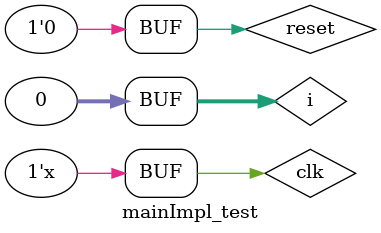
<source format=v>
`timescale 1ns / 1ps


module mainImpl_test;

	// Inputs
	reg clk;
	reg reset;

	integer i;

	// Outputs
	wire [7:0]led;
	wire [15:0]ALU_result;
	wire [3:0]ledState;

	// Instantiate the Unit Under Test (UUT)
	main_impl uut (
		.external_clk(clk), 
		.reset(reset),
		.led(led),
		.ledState(ledState),
		.ALU_result(ALU_result)
	);
	
	always #5 clk = ~clk;
	
	//always @ (posedge clk) begin
	//	if(i == 100) begin
	//		$display("ALU result: %d", ALU_result);
	//		i = 0;
	//	end
	//	i = i + 1;
	//end
	
	initial begin
		// Initialize Inputs
		clk = 0;
		reset = 1;
		i = 0;
		// Wait 100 ns for global reset to finish
		#500;
		reset = 0;
		//#100;
		
		//$display("ALU val: %d", ALU_result);
		
		//#100000;
		//$display("ALU val: %d", ALU_result);
        
		// Add stimulus here
		/*
		state = 17'b10010000000011111;
		#10;
		//$display("ALU val: %d", ALU_result);
		for(i = 0; i < 32; i = i + 1) begin
			case(i)
				0: state = 17'b00010111111100000;
				1: state = 17'b00010000011110001;
				2: state = 17'b00010000100000010;
				3: state = 17'b00010001000010011;
				4: state = 17'b00010001100100100;
				5: state = 17'b00010010000110101;
				6: state = 17'b00010010101000110;
				7: state = 17'b00010011001010111;
				8: state = 17'b00010011101101000;
				9: state = 17'b00010100001111001;
				10: state = 17'b00010100110001010;
				11: state = 17'b00010101010011011;
				12: state = 17'b00010101110101100;
				13: state = 17'b00010110010111101;
				14: state = 17'b00010110111001110;
				15: state = 17'b00010111011011111;
				16: state = 17'b00010111111100000;
				17: state = 17'b00010000011110001;
				18: state = 17'b00010000100000010;
				19: state = 17'b00010001000010011;
				20: state = 17'b00010001100100100;
				21: state = 17'b00010010000110101;
				22: state = 17'b00010010101000110;
				23: state = 17'b00010011001010111;
				24: state = 17'b00010011101101000;
				25: state = 17'b00010100001111001;
				26: state = 17'b00010100110001010;
				27: state = 17'b00010101010011011;
				28: state = 17'b00010101110101100;
				29: state = 17'b00010110010111101;
				30: state = 17'b00010110111001110;
				31: state = 17'b00010111011011111;
			endcase
			#10;
			$display("ALU val: %d", ALU_result);
		end
		*/
		
	end
      
endmodule


</source>
